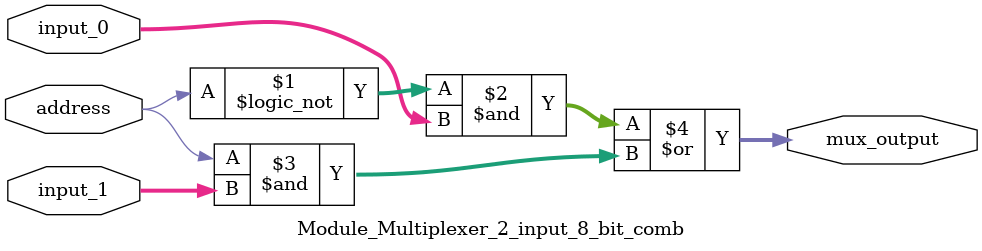
<source format=v>
module	Module_Multiplexer_2_input_8_bit_comb(input address,
																							input [7:0] input_0, input [7:0] input_1,

																							output [7:0] mux_output);

// Using the ternary operator
//assign	mux_output = (address)? input_1 : input_0;

// Using logic gates. I think this is actual underlying implementation
// of the ternary operator
assign mux_output = ((!address) & input_0) | (address & input_1);

endmodule

</source>
